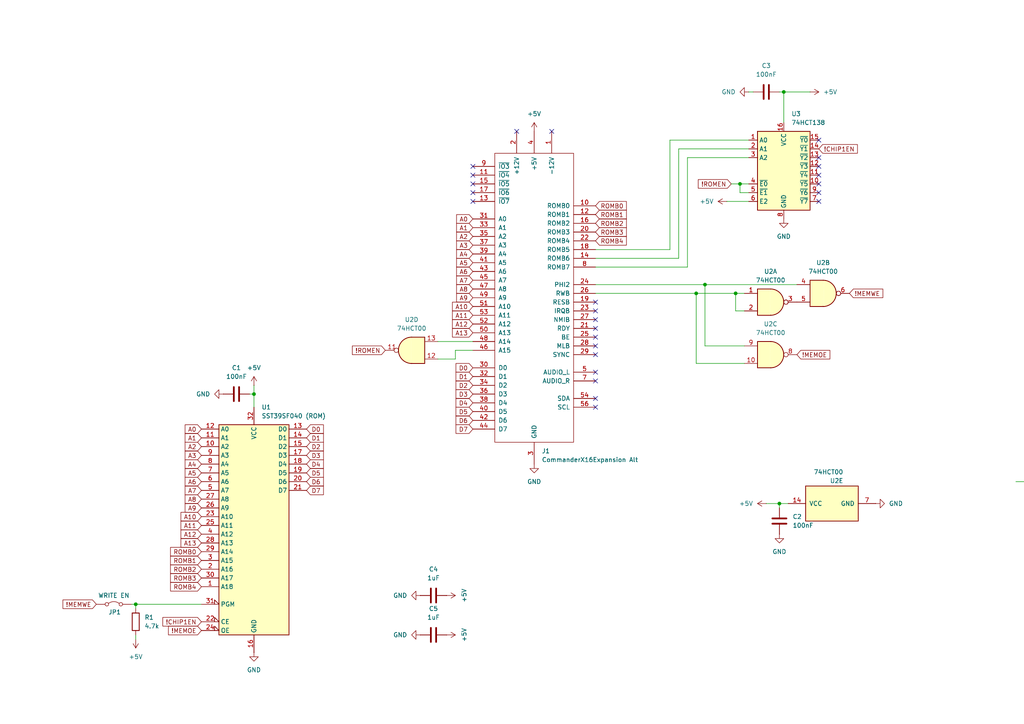
<source format=kicad_sch>
(kicad_sch (version 20231120) (generator "eeschema") (generator_version "8.0")
  (paper "A4")
  (lib_symbols
    (symbol "74xx:74HCT00" (pin_names (offset 1.016))
      (property "Reference" "U" (at 0 1.27 0))
      (property "Value" "74HCT00" (at 0 -1.27 0))
      (symbol "74HCT00_1_1"
        (arc (start 0 -3.81) (mid 3.7934 0) (end 0 3.81) (stroke (width 0.254)) (fill (type background)))
        (polyline (pts (xy 0 3.81) (xy -3.81 3.81) (xy -3.81 -3.81) (xy 0 -3.81)) (stroke (width 0.254)) (fill (type background)))
        (pin input line (at -7.62 2.54 0) (length 3.81) (name "~") (number "1"))
        (pin input line (at -7.62 -2.54 0) (length 3.81) (name "~") (number "2"))
        (pin output inverted (at 7.62 0 180) (length 3.81) (name "~") (number "3"))
      )
      (symbol "74HCT00_1_2"
        (arc (start -3.81 -3.81) (mid -2.589 0) (end -3.81 3.81) (stroke (width 0.254)))
        (arc (start -0.6096 -3.81) (mid 2.1842 -2.5851) (end 3.81 0) (stroke (width 0.254)) (fill (type background)))
        (polyline (pts (xy -3.81 -3.81) (xy -0.635 -3.81)) (stroke (width 0.254)) (fill (type background)))
        (polyline (pts (xy -3.81 3.81) (xy -0.635 3.81)) (stroke (width 0.254)) (fill (type background)))
        (polyline (pts (xy -0.635 3.81) (xy -3.81 3.81) (xy -3.81 3.81) (xy -3.556 3.4036) (xy -3.0226 2.2606) (xy -2.6924 1.0414) (xy -2.6162 -0.254) (xy -2.7686 -1.4986) (xy -3.175 -2.7178) (xy -3.81 -3.81) (xy -3.81 -3.81) (xy -0.635 -3.81)) (stroke (width -25.4)) (fill (type background)))
        (arc (start 3.81 0) (mid 2.1915 2.5936) (end -0.6096 3.81) (stroke (width 0.254)) (fill (type background)))
        (pin input inverted (at -7.62 2.54 0) (length 4.318) (name "~") (number "1"))
        (pin input inverted (at -7.62 -2.54 0) (length 4.318) (name "~") (number "2"))
        (pin output line (at 7.62 0 180) (length 3.81) (name "~") (number "3"))
      )
      (symbol "74HCT00_2_1"
        (arc (start 0 -3.81) (mid 3.7934 0) (end 0 3.81) (stroke (width 0.254)) (fill (type background)))
        (polyline (pts (xy 0 3.81) (xy -3.81 3.81) (xy -3.81 -3.81) (xy 0 -3.81)) (stroke (width 0.254)) (fill (type background)))
        (pin input line (at -7.62 2.54 0) (length 3.81) (name "~") (number "4"))
        (pin input line (at -7.62 -2.54 0) (length 3.81) (name "~") (number "5"))
        (pin output inverted (at 7.62 0 180) (length 3.81) (name "~") (number "6"))
      )
      (symbol "74HCT00_2_2"
        (arc (start -3.81 -3.81) (mid -2.589 0) (end -3.81 3.81) (stroke (width 0.254)))
        (arc (start -0.6096 -3.81) (mid 2.1842 -2.5851) (end 3.81 0) (stroke (width 0.254)) (fill (type background)))
        (polyline (pts (xy -3.81 -3.81) (xy -0.635 -3.81)) (stroke (width 0.254)) (fill (type background)))
        (polyline (pts (xy -3.81 3.81) (xy -0.635 3.81)) (stroke (width 0.254)) (fill (type background)))
        (polyline (pts (xy -0.635 3.81) (xy -3.81 3.81) (xy -3.81 3.81) (xy -3.556 3.4036) (xy -3.0226 2.2606) (xy -2.6924 1.0414) (xy -2.6162 -0.254) (xy -2.7686 -1.4986) (xy -3.175 -2.7178) (xy -3.81 -3.81) (xy -3.81 -3.81) (xy -0.635 -3.81)) (stroke (width -25.4)) (fill (type background)))
        (arc (start 3.81 0) (mid 2.1915 2.5936) (end -0.6096 3.81) (stroke (width 0.254)) (fill (type background)))
        (pin input inverted (at -7.62 2.54 0) (length 4.318) (name "~") (number "4"))
        (pin input inverted (at -7.62 -2.54 0) (length 4.318) (name "~") (number "5"))
        (pin output line (at 7.62 0 180) (length 3.81) (name "~") (number "6"))
      )
      (symbol "74HCT00_3_1"
        (arc (start 0 -3.81) (mid 3.7934 0) (end 0 3.81) (stroke (width 0.254)) (fill (type background)))
        (polyline (pts (xy 0 3.81) (xy -3.81 3.81) (xy -3.81 -3.81) (xy 0 -3.81)) (stroke (width 0.254)) (fill (type background)))
        (pin input line (at -7.62 -2.54 0) (length 3.81) (name "~") (number "10"))
        (pin output inverted (at 7.62 0 180) (length 3.81) (name "~") (number "8"))
        (pin input line (at -7.62 2.54 0) (length 3.81) (name "~") (number "9"))
      )
      (symbol "74HCT00_3_2"
        (arc (start -3.81 -3.81) (mid -2.589 0) (end -3.81 3.81) (stroke (width 0.254)))
        (arc (start -0.6096 -3.81) (mid 2.1842 -2.5851) (end 3.81 0) (stroke (width 0.254)) (fill (type background)))
        (polyline (pts (xy -3.81 -3.81) (xy -0.635 -3.81)) (stroke (width 0.254)) (fill (type background)))
        (polyline (pts (xy -3.81 3.81) (xy -0.635 3.81)) (stroke (width 0.254)) (fill (type background)))
        (polyline (pts (xy -0.635 3.81) (xy -3.81 3.81) (xy -3.81 3.81) (xy -3.556 3.4036) (xy -3.0226 2.2606) (xy -2.6924 1.0414) (xy -2.6162 -0.254) (xy -2.7686 -1.4986) (xy -3.175 -2.7178) (xy -3.81 -3.81) (xy -3.81 -3.81) (xy -0.635 -3.81)) (stroke (width -25.4)) (fill (type background)))
        (arc (start 3.81 0) (mid 2.1915 2.5936) (end -0.6096 3.81) (stroke (width 0.254)) (fill (type background)))
        (pin input inverted (at -7.62 -2.54 0) (length 4.318) (name "~") (number "10"))
        (pin output line (at 7.62 0 180) (length 3.81) (name "~") (number "8"))
        (pin input inverted (at -7.62 2.54 0) (length 4.318) (name "~") (number "9"))
      )
      (symbol "74HCT00_4_1"
        (arc (start 0 -3.81) (mid 3.7934 0) (end 0 3.81) (stroke (width 0.254)) (fill (type background)))
        (polyline (pts (xy 0 3.81) (xy -3.81 3.81) (xy -3.81 -3.81) (xy 0 -3.81)) (stroke (width 0.254)) (fill (type background)))
        (pin output inverted (at 7.62 0 180) (length 3.81) (name "~") (number "11"))
        (pin input line (at -7.62 2.54 0) (length 3.81) (name "~") (number "12"))
        (pin input line (at -7.62 -2.54 0) (length 3.81) (name "~") (number "13"))
      )
      (symbol "74HCT00_4_2"
        (arc (start -3.81 -3.81) (mid -2.589 0) (end -3.81 3.81) (stroke (width 0.254)))
        (arc (start -0.6096 -3.81) (mid 2.1842 -2.5851) (end 3.81 0) (stroke (width 0.254)) (fill (type background)))
        (polyline (pts (xy -3.81 -3.81) (xy -0.635 -3.81)) (stroke (width 0.254)) (fill (type background)))
        (polyline (pts (xy -3.81 3.81) (xy -0.635 3.81)) (stroke (width 0.254)) (fill (type background)))
        (polyline (pts (xy -0.635 3.81) (xy -3.81 3.81) (xy -3.81 3.81) (xy -3.556 3.4036) (xy -3.0226 2.2606) (xy -2.6924 1.0414) (xy -2.6162 -0.254) (xy -2.7686 -1.4986) (xy -3.175 -2.7178) (xy -3.81 -3.81) (xy -3.81 -3.81) (xy -0.635 -3.81)) (stroke (width -25.4)) (fill (type background)))
        (arc (start 3.81 0) (mid 2.1915 2.5936) (end -0.6096 3.81) (stroke (width 0.254)) (fill (type background)))
        (pin output line (at 7.62 0 180) (length 3.81) (name "~") (number "11"))
        (pin input inverted (at -7.62 2.54 0) (length 4.318) (name "~") (number "12"))
        (pin input inverted (at -7.62 -2.54 0) (length 4.318) (name "~") (number "13"))
      )
      (symbol "74HCT00_5_0"
        (pin power_in line (at 0 12.7 270) (length 5.08) (name "VCC") (number "14"))
        (pin power_in line (at 0 -12.7 90) (length 5.08) (name "GND") (number "7"))
      )
      (symbol "74HCT00_5_1"
        (rectangle (start -5.08 7.62) (end 5.08 -7.62) (stroke (width 0.254)) (fill (type background)))
      )
    )
    (symbol "74xx:74HCT138"
      (property "Reference" "U" (at -7.62 13.97 0))
      (property "Value" "74HCT138" (at 2.54 -11.43 0))
      (symbol "74HCT138_0_1"
        (rectangle (start -7.62 12.7) (end 7.62 -10.16) (stroke (width 0.254)) (fill (type background)))
      )
      (symbol "74HCT138_1_1"
        (pin input line (at -10.16 10.16 0) (length 2.54) (name "A0") (number "1"))
        (pin output line (at 10.16 -2.54 180) (length 2.54) (name "~{Y5}") (number "10"))
        (pin output line (at 10.16 0 180) (length 2.54) (name "~{Y4}") (number "11"))
        (pin output line (at 10.16 2.54 180) (length 2.54) (name "~{Y3}") (number "12"))
        (pin output line (at 10.16 5.08 180) (length 2.54) (name "~{Y2}") (number "13"))
        (pin output line (at 10.16 7.62 180) (length 2.54) (name "~{Y1}") (number "14"))
        (pin output line (at 10.16 10.16 180) (length 2.54) (name "~{Y0}") (number "15"))
        (pin power_in line (at 0 15.24 270) (length 2.54) (name "VCC") (number "16"))
        (pin input line (at -10.16 7.62 0) (length 2.54) (name "A1") (number "2"))
        (pin input line (at -10.16 5.08 0) (length 2.54) (name "A2") (number "3"))
        (pin input line (at -10.16 -2.54 0) (length 2.54) (name "~{E0}") (number "4"))
        (pin input line (at -10.16 -5.08 0) (length 2.54) (name "~{E1}") (number "5"))
        (pin input line (at -10.16 -7.62 0) (length 2.54) (name "E2") (number "6"))
        (pin output line (at 10.16 -7.62 180) (length 2.54) (name "~{Y7}") (number "7"))
        (pin power_in line (at 0 -12.7 90) (length 2.54) (name "GND") (number "8"))
        (pin output line (at 10.16 -5.08 180) (length 2.54) (name "~{Y6}") (number "9"))
      )
    )
    (symbol "CommanderX16Expansion:CommanderX16Expansion Alt" (pin_names (offset 1.016)) (in_bom no)
      (property "Reference" "J" (at 0 -2.54 0))
      (property "Value" "CommanderX16Expansion Alt" (at 0 2.54 0))
      (symbol "CommanderX16Expansion Alt_1_0"
        (rectangle (start -11.43 41.91) (end 11.43 -41.91))
      )
      (symbol "CommanderX16Expansion Alt_1_1"
        (pin power_out line (at 5.08 48.26 270) (length 6.35) (name "-12V") (number "1"))
        (pin output line (at 17.78 26.67 180) (length 6.35) (name "ROMB0") (number "10"))
        (pin output line (at -17.78 35.56 0) (length 6.35) (name "~{IO4}") (number "11"))
        (pin output line (at 17.78 24.13 180) (length 6.35) (name "ROMB1") (number "12"))
        (pin output line (at -17.78 27.94 0) (length 6.35) (name "~{IO7}") (number "13"))
        (pin output line (at 17.78 11.43 180) (length 6.35) (name "ROMB6") (number "14"))
        (pin output line (at -17.78 33.02 0) (length 6.35) (name "~{IO5}") (number "15"))
        (pin output line (at 17.78 21.59 180) (length 6.35) (name "ROMB2") (number "16"))
        (pin output line (at -17.78 30.48 0) (length 6.35) (name "~{IO6}") (number "17"))
        (pin output line (at 17.78 13.97 180) (length 6.35) (name "ROMB5") (number "18"))
        (pin bidirectional line (at 17.78 -1.27 180) (length 6.35) (name "RESB") (number "19"))
        (pin power_out line (at -5.08 48.26 270) (length 6.35) (name "+12V") (number "2"))
        (pin output line (at 17.78 19.05 180) (length 6.35) (name "ROMB3") (number "20"))
        (pin bidirectional line (at 17.78 -8.89 180) (length 6.35) (name "RDY") (number "21"))
        (pin output line (at 17.78 16.51 180) (length 6.35) (name "ROMB4") (number "22"))
        (pin input line (at 17.78 -3.81 180) (length 6.35) (name "IRQB") (number "23"))
        (pin output line (at 17.78 3.81 180) (length 6.35) (name "PHI2") (number "24"))
        (pin input line (at 17.78 -11.43 180) (length 6.35) (name "BE") (number "25"))
        (pin output line (at 17.78 1.27 180) (length 6.35) (name "RWB") (number "26"))
        (pin input line (at 17.78 -6.35 180) (length 6.35) (name "NMIB") (number "27"))
        (pin output line (at 17.78 -13.97 180) (length 6.35) (name "MLB") (number "28"))
        (pin output line (at 17.78 -16.51 180) (length 6.35) (name "SYNC") (number "29"))
        (pin power_out line (at 0 -48.26 90) (length 6.35) (name "GND") (number "3"))
        (pin bidirectional line (at -17.78 -20.32 0) (length 6.35) (name "D0") (number "30"))
        (pin output line (at -17.78 22.86 0) (length 6.35) (name "A0") (number "31"))
        (pin bidirectional line (at -17.78 -22.86 0) (length 6.35) (name "D1") (number "32"))
        (pin output line (at -17.78 20.32 0) (length 6.35) (name "A1") (number "33"))
        (pin bidirectional line (at -17.78 -25.4 0) (length 6.35) (name "D2") (number "34"))
        (pin output line (at -17.78 17.78 0) (length 6.35) (name "A2") (number "35"))
        (pin bidirectional line (at -17.78 -27.94 0) (length 6.35) (name "D3") (number "36"))
        (pin output line (at -17.78 15.24 0) (length 6.35) (name "A3") (number "37"))
        (pin bidirectional line (at -17.78 -30.48 0) (length 6.35) (name "D4") (number "38"))
        (pin output line (at -17.78 12.7 0) (length 6.35) (name "A4") (number "39"))
        (pin power_out line (at 0 48.26 270) (length 6.35) (name "+5V") (number "4"))
        (pin bidirectional line (at -17.78 -33.02 0) (length 6.35) (name "D5") (number "40"))
        (pin output line (at -17.78 10.16 0) (length 6.35) (name "A5") (number "41"))
        (pin bidirectional line (at -17.78 -35.56 0) (length 6.35) (name "D6") (number "42"))
        (pin output line (at -17.78 7.62 0) (length 6.35) (name "A6") (number "43"))
        (pin bidirectional line (at -17.78 -38.1 0) (length 6.35) (name "D7") (number "44"))
        (pin output line (at -17.78 5.08 0) (length 6.35) (name "A7") (number "45"))
        (pin output line (at -17.78 -15.24 0) (length 6.35) (name "A15") (number "46"))
        (pin output line (at -17.78 2.54 0) (length 6.35) (name "A8") (number "47"))
        (pin output line (at -17.78 -12.7 0) (length 6.35) (name "A14") (number "48"))
        (pin output line (at -17.78 0 0) (length 6.35) (name "A9") (number "49"))
        (pin bidirectional line (at 17.78 -21.59 180) (length 6.35) (name "AUDIO_L") (number "5"))
        (pin output line (at -17.78 -10.16 0) (length 6.35) (name "A13") (number "50"))
        (pin output line (at -17.78 -2.54 0) (length 6.35) (name "A10") (number "51"))
        (pin output line (at -17.78 -7.62 0) (length 6.35) (name "A12") (number "52"))
        (pin output line (at -17.78 -5.08 0) (length 6.35) (name "A11") (number "53"))
        (pin bidirectional line (at 17.78 -29.21 180) (length 6.35) (name "SDA") (number "54"))
        (pin power_out line (at 0 -48.26 90) (length 6.35) hide (name "GND") (number "55"))
        (pin output line (at 17.78 -31.75 180) (length 6.35) (name "SCL") (number "56"))
        (pin power_out line (at 0 48.26 270) (length 6.35) hide (name "+5V") (number "57"))
        (pin power_out line (at 0 -48.26 90) (length 6.35) hide (name "GND") (number "58"))
        (pin power_out line (at -5.08 48.26 270) (length 6.35) hide (name "+12V") (number "59"))
        (pin power_out line (at 0 -48.26 90) (length 6.35) hide (name "GND") (number "6"))
        (pin power_out line (at 5.08 48.26 270) (length 6.35) hide (name "-12V") (number "60"))
        (pin bidirectional line (at 17.78 -24.13 180) (length 6.35) (name "AUDIO_R") (number "7"))
        (pin output line (at 17.78 8.89 180) (length 6.35) (name "ROMB7") (number "8"))
        (pin output line (at -17.78 38.1 0) (length 6.35) (name "~{IO3}") (number "9"))
      )
    )
    (symbol "Device:C" (pin_numbers hide) (pin_names (offset 0.254))
      (property "Reference" "C" (at 0.635 2.54 0))
      (property "Value" "C" (at 0.635 -2.54 0))
      (symbol "C_0_1"
        (polyline (pts (xy -2.032 -0.762) (xy 2.032 -0.762)) (stroke (width 0.508)))
        (polyline (pts (xy -2.032 0.762) (xy 2.032 0.762)) (stroke (width 0.508)))
      )
      (symbol "C_1_1"
        (pin passive line (at 0 3.81 270) (length 2.794) (name "~") (number "1"))
        (pin passive line (at 0 -3.81 90) (length 2.794) (name "~") (number "2"))
      )
    )
    (symbol "Device:R" (pin_numbers hide) (pin_names (offset 0))
      (property "Reference" "R" (at 2.032 0 90))
      (property "Value" "R" (at 0 0 90))
      (symbol "R_0_1"
        (rectangle (start -1.016 -2.54) (end 1.016 2.54) (stroke (width 0.254)))
      )
      (symbol "R_1_1"
        (pin passive line (at 0 3.81 270) (length 1.27) (name "~") (number "1"))
        (pin passive line (at 0 -3.81 90) (length 1.27) (name "~") (number "2"))
      )
    )
    (symbol "Jumper:Jumper_2_Bridged" (pin_numbers hide) (pin_names (offset 0) hide) (exclude_from_sim yes)
      (property "Reference" "JP" (at 0 1.905 0))
      (property "Value" "Jumper_2_Bridged" (at 0 -2.54 0))
      (symbol "Jumper_2_Bridged_0_0"
        (circle (center -2.032 0) (radius 0.508))
        (circle (center 2.032 0) (radius 0.508))
      )
      (symbol "Jumper_2_Bridged_0_1"
        (arc (start 1.524 0.254) (mid 0 0.762) (end -1.524 0.254))
      )
      (symbol "Jumper_2_Bridged_1_1"
        (pin passive line (at -5.08 0 0) (length 2.54) (name "A") (number "1"))
        (pin passive line (at 5.08 0 180) (length 2.54) (name "B") (number "2"))
      )
    )
    (symbol "Memory_Flash:SST39SF040"
      (property "Reference" "U" (at 2.54 33.02 0))
      (property "Value" "SST39SF040" (at 0 -30.48 0))
      (symbol "SST39SF040_0_0"
        (pin power_in line (at 0 -34.29 90) (length 5.08) (name "GND") (number "16"))
        (pin power_in line (at 0 36.83 270) (length 5.08) (name "VCC") (number "32"))
      )
      (symbol "SST39SF040_0_1"
        (rectangle (start -10.16 31.75) (end 10.16 -29.21) (stroke (width 0.254)) (fill (type background)))
      )
      (symbol "SST39SF040_1_1"
        (pin input line (at -15.24 -15.24 0) (length 5.08) (name "A18") (number "1"))
        (pin input line (at -15.24 25.4 0) (length 5.08) (name "A2") (number "10"))
        (pin input line (at -15.24 27.94 0) (length 5.08) (name "A1") (number "11"))
        (pin input line (at -15.24 30.48 0) (length 5.08) (name "A0") (number "12"))
        (pin tri_state line (at 15.24 30.48 180) (length 5.08) (name "D0") (number "13"))
        (pin tri_state line (at 15.24 27.94 180) (length 5.08) (name "D1") (number "14"))
        (pin tri_state line (at 15.24 25.4 180) (length 5.08) (name "D2") (number "15"))
        (pin tri_state line (at 15.24 22.86 180) (length 5.08) (name "D3") (number "17"))
        (pin tri_state line (at 15.24 20.32 180) (length 5.08) (name "D4") (number "18"))
        (pin tri_state line (at 15.24 17.78 180) (length 5.08) (name "D5") (number "19"))
        (pin input line (at -15.24 -10.16 0) (length 5.08) (name "A16") (number "2"))
        (pin tri_state line (at 15.24 15.24 180) (length 5.08) (name "D6") (number "20"))
        (pin tri_state line (at 15.24 12.7 180) (length 5.08) (name "D7") (number "21"))
        (pin input input_low (at -15.24 -25.4 0) (length 5.08) (name "CE") (number "22"))
        (pin input line (at -15.24 5.08 0) (length 5.08) (name "A10") (number "23"))
        (pin input input_low (at -15.24 -27.94 0) (length 5.08) (name "OE") (number "24"))
        (pin input line (at -15.24 2.54 0) (length 5.08) (name "A11") (number "25"))
        (pin input line (at -15.24 7.62 0) (length 5.08) (name "A9") (number "26"))
        (pin input line (at -15.24 10.16 0) (length 5.08) (name "A8") (number "27"))
        (pin input line (at -15.24 -2.54 0) (length 5.08) (name "A13") (number "28"))
        (pin input line (at -15.24 -5.08 0) (length 5.08) (name "A14") (number "29"))
        (pin input line (at -15.24 -7.62 0) (length 5.08) (name "A15") (number "3"))
        (pin input line (at -15.24 -12.7 0) (length 5.08) (name "A17") (number "30"))
        (pin input input_low (at -15.24 -20.32 0) (length 5.08) (name "PGM") (number "31"))
        (pin input line (at -15.24 0 0) (length 5.08) (name "A12") (number "4"))
        (pin input line (at -15.24 12.7 0) (length 5.08) (name "A7") (number "5"))
        (pin input line (at -15.24 15.24 0) (length 5.08) (name "A6") (number "6"))
        (pin input line (at -15.24 17.78 0) (length 5.08) (name "A5") (number "7"))
        (pin input line (at -15.24 20.32 0) (length 5.08) (name "A4") (number "8"))
        (pin input line (at -15.24 22.86 0) (length 5.08) (name "A3") (number "9"))
      )
    )
    (symbol "power:+5V" (power) (pin_numbers hide) (pin_names (offset 0) hide)
      (property "Value" "+5V" (at 0 3.556 0))
      (symbol "+5V_0_1"
        (polyline (pts (xy -0.762 1.27) (xy 0 2.54)))
        (polyline (pts (xy 0 0) (xy 0 2.54)))
        (polyline (pts (xy 0 2.54) (xy 0.762 1.27)))
      )
      (symbol "+5V_1_1"
        (pin power_in line (at 0 0 90) (length 0) (name "~") (number "1"))
      )
    )
    (symbol "power:GND" (power) (pin_numbers hide) (pin_names (offset 0) hide)
      (property "Value" "GND" (at 0 -3.81 0))
      (symbol "GND_0_1"
        (polyline (pts (xy 0 0) (xy 0 -1.27) (xy 1.27 -1.27) (xy 0 -2.54) (xy -1.27 -1.27) (xy 0 -1.27)))
      )
      (symbol "GND_1_1"
        (pin power_in line (at 0 0 270) (length 0) (name "~") (number "1"))
      )
    )
  )
  (junction (at 227.33 26.67))
  (junction (at 214.63 53.34))
  (junction (at 201.93 85.09))
  (junction (at 204.47 82.55))
  (junction (at 73.66 114.3))
  (junction (at 39.37 175.26))
  (junction (at 213.36 85.09))
  (junction (at 226.06 146.05))
  (no_connect (at 172.72 100.33))
  (no_connect (at 149.86 38.1))
  (no_connect (at 237.49 48.26))
  (no_connect (at 172.72 95.25))
  (no_connect (at 237.49 40.64))
  (no_connect (at 172.72 92.71))
  (no_connect (at 237.49 45.72))
  (no_connect (at 137.16 58.42))
  (no_connect (at 172.72 110.49))
  (no_connect (at 172.72 102.87))
  (no_connect (at 160.02 38.1))
  (no_connect (at 172.72 107.95))
  (no_connect (at 237.49 58.42))
  (no_connect (at 137.16 50.8))
  (no_connect (at 172.72 115.57))
  (no_connect (at 137.16 55.88))
  (no_connect (at 172.72 87.63))
  (no_connect (at 137.16 48.26))
  (no_connect (at 137.16 53.34))
  (no_connect (at 172.72 118.11))
  (no_connect (at 237.49 53.34))
  (no_connect (at 237.49 55.88))
  (no_connect (at 172.72 90.17))
  (no_connect (at 237.49 50.8))
  (no_connect (at 172.72 97.79))
  (wire (pts (xy 212.09 53.34) (xy 214.63 53.34)))
  (wire (pts (xy 294.64 139.7) (xy 300.99 139.7)))
  (wire (pts (xy 217.17 26.67) (xy 218.44 26.67)))
  (wire (pts (xy 132.08 104.14) (xy 127 104.14)))
  (wire (pts (xy 201.93 105.41) (xy 201.93 85.09)))
  (wire (pts (xy 72.39 114.3) (xy 73.66 114.3)))
  (wire (pts (xy 39.37 185.42) (xy 39.37 184.15)))
  (wire (pts (xy 227.33 26.67) (xy 234.95 26.67)))
  (wire (pts (xy 127 99.06) (xy 137.16 99.06)))
  (wire (pts (xy 226.06 146.05) (xy 228.6 146.05)))
  (wire (pts (xy 222.25 146.05) (xy 226.06 146.05)))
  (wire (pts (xy 215.9 100.33) (xy 204.47 100.33)))
  (wire (pts (xy 214.63 55.88) (xy 214.63 53.34)))
  (wire (pts (xy 39.37 175.26) (xy 58.42 175.26)))
  (wire (pts (xy 172.72 85.09) (xy 201.93 85.09)))
  (wire (pts (xy 215.9 105.41) (xy 201.93 105.41)))
  (wire (pts (xy 217.17 43.18) (xy 196.85 43.18)))
  (wire (pts (xy 194.31 72.39) (xy 194.31 40.64)))
  (wire (pts (xy 199.39 77.47) (xy 199.39 45.72)))
  (wire (pts (xy 226.06 26.67) (xy 227.33 26.67)))
  (wire (pts (xy 196.85 43.18) (xy 196.85 74.93)))
  (wire (pts (xy 194.31 40.64) (xy 217.17 40.64)))
  (wire (pts (xy 39.37 175.26) (xy 39.37 176.53)))
  (wire (pts (xy 227.33 26.67) (xy 227.33 35.56)))
  (wire (pts (xy 217.17 55.88) (xy 214.63 55.88)))
  (wire (pts (xy 204.47 82.55) (xy 231.14 82.55)))
  (wire (pts (xy 172.72 77.47) (xy 199.39 77.47)))
  (wire (pts (xy 172.72 72.39) (xy 194.31 72.39)))
  (wire (pts (xy 38.1 175.26) (xy 39.37 175.26)))
  (wire (pts (xy 172.72 74.93) (xy 196.85 74.93)))
  (wire (pts (xy 199.39 45.72) (xy 217.17 45.72)))
  (wire (pts (xy 204.47 100.33) (xy 204.47 82.55)))
  (wire (pts (xy 201.93 85.09) (xy 213.36 85.09)))
  (wire (pts (xy 137.16 101.6) (xy 132.08 101.6)))
  (wire (pts (xy 73.66 118.11) (xy 73.66 114.3)))
  (wire (pts (xy 73.66 111.76) (xy 73.66 114.3)))
  (wire (pts (xy 210.82 58.42) (xy 217.17 58.42)))
  (wire (pts (xy 215.9 90.17) (xy 213.36 90.17)))
  (wire (pts (xy 226.06 146.05) (xy 226.06 147.32)))
  (wire (pts (xy 172.72 82.55) (xy 204.47 82.55)))
  (wire (pts (xy 214.63 53.34) (xy 217.17 53.34)))
  (wire (pts (xy 213.36 85.09) (xy 215.9 85.09)))
  (wire (pts (xy 213.36 90.17) (xy 213.36 85.09)))
  (wire (pts (xy 132.08 101.6) (xy 132.08 104.14)))
  (global_label "ROMB4" (shape input) (at 58.42 170.18 180) (property "Intersheetrefs" "${INTERSHEET_REFS}" (effects (hide yes))))
  (global_label "D2" (shape input) (at 137.16 111.76 180) (property "Intersheetrefs" "${INTERSHEET_REFS}" (effects (hide yes))))
  (global_label "ROMB0" (shape input) (at 58.42 160.02 180) (property "Intersheetrefs" "${INTERSHEET_REFS}" (effects (hide yes))))
  (global_label "!ROMEN" (shape input) (at 212.09 53.34 180) (property "Intersheetrefs" "${INTERSHEET_REFS}" (effects (hide yes))))
  (global_label "D5" (shape input) (at 137.16 119.38 180) (property "Intersheetrefs" "${INTERSHEET_REFS}" (effects (hide yes))))
  (global_label "A3" (shape input) (at 137.16 71.12 180) (property "Intersheetrefs" "${INTERSHEET_REFS}" (effects (hide yes))))
  (global_label "A9" (shape input) (at 137.16 86.36 180) (property "Intersheetrefs" "${INTERSHEET_REFS}" (effects (hide yes))))
  (global_label "A12" (shape input) (at 58.42 154.94 180) (property "Intersheetrefs" "${INTERSHEET_REFS}" (effects (hide yes))))
  (global_label "A8" (shape input) (at 137.16 83.82 180) (property "Intersheetrefs" "${INTERSHEET_REFS}" (effects (hide yes))))
  (global_label "!CHIP1EN" (shape input) (at 58.42 180.34 180) (property "Intersheetrefs" "${INTERSHEET_REFS}" (effects (hide yes))))
  (global_label "!MEMWE" (shape input) (at 246.38 85.09 0) (property "Intersheetrefs" "${INTERSHEET_REFS}" (effects (hide yes))))
  (global_label "!MEMOE" (shape input) (at 231.14 102.87 0) (property "Intersheetrefs" "${INTERSHEET_REFS}" (effects (hide yes))))
  (global_label "ROMB2" (shape input) (at 172.72 64.77 0) (property "Intersheetrefs" "${INTERSHEET_REFS}" (effects (hide yes))))
  (global_label "A9" (shape input) (at 58.42 147.32 180) (property "Intersheetrefs" "${INTERSHEET_REFS}" (effects (hide yes))))
  (global_label "A10" (shape input) (at 58.42 149.86 180) (property "Intersheetrefs" "${INTERSHEET_REFS}" (effects (hide yes))))
  (global_label "D0" (shape input) (at 137.16 106.68 180) (property "Intersheetrefs" "${INTERSHEET_REFS}" (effects (hide yes))))
  (global_label "A3" (shape input) (at 58.42 132.08 180) (property "Intersheetrefs" "${INTERSHEET_REFS}" (effects (hide yes))))
  (global_label "A6" (shape input) (at 137.16 78.74 180) (property "Intersheetrefs" "${INTERSHEET_REFS}" (effects (hide yes))))
  (global_label "A5" (shape input) (at 137.16 76.2 180) (property "Intersheetrefs" "${INTERSHEET_REFS}" (effects (hide yes))))
  (global_label "D1" (shape input) (at 137.16 109.22 180) (property "Intersheetrefs" "${INTERSHEET_REFS}" (effects (hide yes))))
  (global_label "ROMB1" (shape input) (at 58.42 162.56 180) (property "Intersheetrefs" "${INTERSHEET_REFS}" (effects (hide yes))))
  (global_label "D3" (shape input) (at 88.9 132.08 0) (property "Intersheetrefs" "${INTERSHEET_REFS}" (effects (hide yes))))
  (global_label "A2" (shape input) (at 137.16 68.58 180) (property "Intersheetrefs" "${INTERSHEET_REFS}" (effects (hide yes))))
  (global_label "A4" (shape input) (at 58.42 134.62 180) (property "Intersheetrefs" "${INTERSHEET_REFS}" (effects (hide yes))))
  (global_label "ROMB0" (shape input) (at 172.72 59.69 0) (property "Intersheetrefs" "${INTERSHEET_REFS}" (effects (hide yes))))
  (global_label "!CHIP1EN" (shape input) (at 237.49 43.18 0) (property "Intersheetrefs" "${INTERSHEET_REFS}" (effects (hide yes))))
  (global_label "A12" (shape input) (at 137.16 93.98 180) (property "Intersheetrefs" "${INTERSHEET_REFS}" (effects (hide yes))))
  (global_label "D2" (shape input) (at 88.9 129.54 0) (property "Intersheetrefs" "${INTERSHEET_REFS}" (effects (hide yes))))
  (global_label "D1" (shape input) (at 88.9 127 0) (property "Intersheetrefs" "${INTERSHEET_REFS}" (effects (hide yes))))
  (global_label "A7" (shape input) (at 58.42 142.24 180) (property "Intersheetrefs" "${INTERSHEET_REFS}" (effects (hide yes))))
  (global_label "D0" (shape input) (at 88.9 124.46 0) (property "Intersheetrefs" "${INTERSHEET_REFS}" (effects (hide yes))))
  (global_label "A7" (shape input) (at 137.16 81.28 180) (property "Intersheetrefs" "${INTERSHEET_REFS}" (effects (hide yes))))
  (global_label "A13" (shape input) (at 137.16 96.52 180) (property "Intersheetrefs" "${INTERSHEET_REFS}" (effects (hide yes))))
  (global_label "!MEMOE" (shape input) (at 58.42 182.88 180) (property "Intersheetrefs" "${INTERSHEET_REFS}" (effects (hide yes))))
  (global_label "A5" (shape input) (at 58.42 137.16 180) (property "Intersheetrefs" "${INTERSHEET_REFS}" (effects (hide yes))))
  (global_label "A2" (shape input) (at 58.42 129.54 180) (property "Intersheetrefs" "${INTERSHEET_REFS}" (effects (hide yes))))
  (global_label "A6" (shape input) (at 58.42 139.7 180) (property "Intersheetrefs" "${INTERSHEET_REFS}" (effects (hide yes))))
  (global_label "D3" (shape input) (at 137.16 114.3 180) (property "Intersheetrefs" "${INTERSHEET_REFS}" (effects (hide yes))))
  (global_label "A1" (shape input) (at 137.16 66.04 180) (property "Intersheetrefs" "${INTERSHEET_REFS}" (effects (hide yes))))
  (global_label "D7" (shape input) (at 88.9 142.24 0) (property "Intersheetrefs" "${INTERSHEET_REFS}" (effects (hide yes))))
  (global_label "A0" (shape input) (at 137.16 63.5 180) (property "Intersheetrefs" "${INTERSHEET_REFS}" (effects (hide yes))))
  (global_label "A0" (shape input) (at 58.42 124.46 180) (property "Intersheetrefs" "${INTERSHEET_REFS}" (effects (hide yes))))
  (global_label "D6" (shape input) (at 137.16 121.92 180) (property "Intersheetrefs" "${INTERSHEET_REFS}" (effects (hide yes))))
  (global_label "D4" (shape input) (at 88.9 134.62 0) (property "Intersheetrefs" "${INTERSHEET_REFS}" (effects (hide yes))))
  (global_label "D5" (shape input) (at 88.9 137.16 0) (property "Intersheetrefs" "${INTERSHEET_REFS}" (effects (hide yes))))
  (global_label "ROMB2" (shape input) (at 58.42 165.1 180) (property "Intersheetrefs" "${INTERSHEET_REFS}" (effects (hide yes))))
  (global_label "A8" (shape input) (at 58.42 144.78 180) (property "Intersheetrefs" "${INTERSHEET_REFS}" (effects (hide yes))))
  (global_label "!MEMWE" (shape input) (at 27.94 175.26 180) (property "Intersheetrefs" "${INTERSHEET_REFS}" (effects (hide yes))))
  (global_label "A11" (shape input) (at 137.16 91.44 180) (property "Intersheetrefs" "${INTERSHEET_REFS}" (effects (hide yes))))
  (global_label "!ROMEN" (shape input) (at 111.76 101.6 180) (property "Intersheetrefs" "${INTERSHEET_REFS}" (effects (hide yes))))
  (global_label "A10" (shape input) (at 137.16 88.9 180) (property "Intersheetrefs" "${INTERSHEET_REFS}" (effects (hide yes))))
  (global_label "ROMB1" (shape input) (at 172.72 62.23 0) (property "Intersheetrefs" "${INTERSHEET_REFS}" (effects (hide yes))))
  (global_label "D7" (shape input) (at 137.16 124.46 180) (property "Intersheetrefs" "${INTERSHEET_REFS}" (effects (hide yes))))
  (global_label "A4" (shape input) (at 137.16 73.66 180) (property "Intersheetrefs" "${INTERSHEET_REFS}" (effects (hide yes))))
  (global_label "A11" (shape input) (at 58.42 152.4 180) (property "Intersheetrefs" "${INTERSHEET_REFS}" (effects (hide yes))))
  (global_label "D4" (shape input) (at 137.16 116.84 180) (property "Intersheetrefs" "${INTERSHEET_REFS}" (effects (hide yes))))
  (global_label "ROMB3" (shape input) (at 58.42 167.64 180) (property "Intersheetrefs" "${INTERSHEET_REFS}" (effects (hide yes))))
  (global_label "A1" (shape input) (at 58.42 127 180) (property "Intersheetrefs" "${INTERSHEET_REFS}" (effects (hide yes))))
  (global_label "D6" (shape input) (at 88.9 139.7 0) (property "Intersheetrefs" "${INTERSHEET_REFS}" (effects (hide yes))))
  (global_label "ROMB4" (shape input) (at 172.72 69.85 0) (property "Intersheetrefs" "${INTERSHEET_REFS}" (effects (hide yes))))
  (global_label "A13" (shape input) (at 58.42 157.48 180) (property "Intersheetrefs" "${INTERSHEET_REFS}" (effects (hide yes))))
  (global_label "ROMB3" (shape input) (at 172.72 67.31 0) (property "Intersheetrefs" "${INTERSHEET_REFS}" (effects (hide yes))))
  (symbol (lib_id "power:+5V") (at 39.37 185.42 180) (unit 1)
    (property "Reference" "#PWR06" (effects (hide yes)))
    (property "Value" "+5V" (at 39.37 190.5 0))
    (property "Description" "Power symbol creates a global label with name \"+5V\"" (effects (hide yes)))
  )
  (symbol (lib_id "power:+5V") (at 73.66 111.76 0) (unit 1)
    (property "Reference" "#PWR02" (effects (hide yes)))
    (property "Value" "+5V" (at 73.66 106.68 0))
    (property "Description" "Power symbol creates a global label with name \"+5V\"" (effects (hide yes)))
  )
  (symbol (lib_id "Device:R") (at 39.37 180.34 0) (unit 1)
    (property "Reference" "R1" (at 41.91 179.0699 0) (effects (justify left)))
    (property "Value" "4.7k" (at 41.91 181.6099 0) (effects (justify left)))
    (property "Footprint" "Resistor_THT:R_Axial_DIN0204_L3.6mm_D1.6mm_P7.62mm_Horizontal" (effects (hide yes)))
    (property "Description" "Resistor" (effects (hide yes)))
  )
  (symbol (lib_id "Device:C") (at 68.58 114.3 90) (unit 1)
    (property "Reference" "C1" (at 68.58 106.68 90))
    (property "Value" "100nF" (at 68.58 109.22 90))
    (property "Footprint" "Capacitor_THT:C_Disc_D4.3mm_W1.9mm_P5.00mm" (effects (hide yes)))
    (property "Description" "Unpolarized capacitor" (effects (hide yes)))
  )
  (symbol (lib_id "power:GND") (at 226.06 154.94 0) (unit 1)
    (property "Reference" "#PWR09" (effects (hide yes)))
    (property "Value" "GND" (at 226.06 160.02 0))
    (property "Description" "Power symbol creates a global label with name \"GND\" , ground" (effects (hide yes)))
  )
  (symbol (lib_id "Device:C") (at 125.73 184.15 90) (unit 1)
    (property "Reference" "C5" (at 125.73 176.53 90))
    (property "Value" "1uF" (at 125.73 179.07 90))
    (property "Footprint" "Capacitor_THT:C_Disc_D4.3mm_W1.9mm_P5.00mm" (effects (hide yes)))
    (property "Description" "Unpolarized capacitor" (effects (hide yes)))
  )
  (symbol (lib_id "power:GND") (at 121.92 184.15 270) (unit 1)
    (property "Reference" "#PWR015" (effects (hide yes)))
    (property "Value" "GND" (at 118.11 184.1499 90) (effects (justify right)))
    (property "Description" "Power symbol creates a global label with name \"GND\" , ground" (effects (hide yes)))
  )
  (symbol (lib_id "power:GND") (at 154.94 134.62 0) (unit 1)
    (property "Reference" "#PWR05" (effects (hide yes)))
    (property "Value" "GND" (at 154.94 139.7 0))
    (property "Description" "Power symbol creates a global label with name \"GND\" , ground" (effects (hide yes)))
  )
  (symbol (lib_id "power:GND") (at 121.92 172.72 270) (unit 1)
    (property "Reference" "#PWR014" (effects (hide yes)))
    (property "Value" "GND" (at 118.11 172.7199 90) (effects (justify right)))
    (property "Description" "Power symbol creates a global label with name \"GND\" , ground" (effects (hide yes)))
  )
  (symbol (lib_id "74xx:74HCT138") (at 227.33 50.8 0) (unit 1)
    (property "Reference" "U3" (at 229.5241 33.02 0) (effects (justify left)))
    (property "Value" "74HCT138" (at 229.5241 35.56 0) (effects (justify left)))
    (property "Footprint" "Package_DIP:DIP-16_W7.62mm_Socket" (effects (hide yes)))
    (property "Datasheet" "http://www.ti.com/lit/ds/symlink/cd74hc238.pdf" (effects (hide yes)))
    (property "Description" "3-to-8 line decoder/multiplexer inverting, DIP-16/SOIC-16/SSOP-16" (effects (hide yes)))
  )
  (symbol (lib_id "power:+5V") (at 129.54 172.72 270) (unit 1)
    (property "Reference" "#PWR016" (effects (hide yes)))
    (property "Value" "+5V" (at 134.62 172.72 0))
    (property "Description" "Power symbol creates a global label with name \"+5V\"" (effects (hide yes)))
  )
  (symbol (lib_id "74xx:74HCT00") (at 223.52 87.63 0) (unit 1)
    (property "Reference" "U2" (at 223.5117 78.74 0))
    (property "Value" "74HCT00" (at 223.5117 81.28 0))
    (property "Footprint" "Package_DIP:DIP-14_W7.62mm_Socket" (effects (hide yes)))
    (property "Datasheet" "http://www.ti.com/lit/gpn/sn74hct00" (effects (hide yes)))
    (property "Description" "quad 2-input NAND gate" (effects (hide yes)))
  )
  (symbol (lib_id "Jumper:Jumper_2_Bridged") (at 33.02 175.26 0) (unit 1) (exclude_from_sim yes)
    (property "Reference" "JP1" (at 33.274 177.546 0))
    (property "Value" "WRITE EN" (at 33.02 172.72 0))
    (property "Footprint" "TestPoint:TestPoint_2Pads_Pitch2.54mm_Drill0.8mm" (effects (hide yes)))
    (property "Description" "Jumper, 2-pole, closed/bridged" (effects (hide yes)))
  )
  (symbol (lib_id "power:GND") (at 227.33 63.5 0) (unit 1)
    (property "Reference" "#PWR012" (effects (hide yes)))
    (property "Value" "GND" (at 227.33 68.58 0))
    (property "Description" "Power symbol creates a global label with name \"GND\" , ground" (effects (hide yes)))
  )
  (symbol (lib_id "power:GND") (at 254 146.05 90) (unit 1)
    (property "Reference" "#PWR08" (effects (hide yes)))
    (property "Value" "GND" (at 257.81 146.0499 90) (effects (justify right)))
    (property "Description" "Power symbol creates a global label with name \"GND\" , ground" (effects (hide yes)))
  )
  (symbol (lib_id "Memory_Flash:SST39SF040") (at 73.66 154.94 0) (unit 1)
    (property "Reference" "U1" (at 75.8541 118.11 0) (effects (justify left)))
    (property "Value" "SST39SF040 (ROM)" (at 75.8541 120.65 0) (effects (justify left)))
    (property "Footprint" "Package_DIP:DIP-32_W15.24mm_Socket" (effects (hide yes)))
    (property "Datasheet" "http://ww1.microchip.com/downloads/en/DeviceDoc/25022B.pdf" (effects (hide yes)))
    (property "Description" "Silicon Storage Technology (SSF) 512k x 8 Flash ROM" (effects (hide yes)))
  )
  (symbol (lib_id "power:+5V") (at 154.94 38.1 0) (unit 1)
    (property "Reference" "#PWR01" (effects (hide yes)))
    (property "Value" "+5V" (at 154.94 33.02 0))
    (property "Description" "Power symbol creates a global label with name \"+5V\"" (effects (hide yes)))
  )
  (symbol (lib_id "Device:C") (at 222.25 26.67 270) (unit 1)
    (property "Reference" "C3" (at 222.25 19.05 90))
    (property "Value" "100nF" (at 222.25 21.59 90))
    (property "Footprint" "Capacitor_THT:C_Disc_D4.3mm_W1.9mm_P5.00mm" (effects (hide yes)))
    (property "Description" "Unpolarized capacitor" (effects (hide yes)))
  )
  (symbol (lib_id "74xx:74HCT00") (at 241.3 146.05 90) (unit 5)
    (property "Reference" "U2" (at 244.602 139.446 90) (effects (justify left)))
    (property "Value" "74HCT00" (at 244.602 136.906 90) (effects (justify left)))
    (property "Footprint" "Package_DIP:DIP-14_W7.62mm_Socket" (effects (hide yes)))
    (property "Datasheet" "http://www.ti.com/lit/gpn/sn74hct00" (effects (hide yes)))
    (property "Description" "quad 2-input NAND gate" (effects (hide yes)))
  )
  (symbol (lib_id "power:GND") (at 217.17 26.67 270) (unit 1)
    (property "Reference" "#PWR011" (effects (hide yes)))
    (property "Value" "GND" (at 213.36 26.6699 90) (effects (justify right)))
    (property "Description" "Power symbol creates a global label with name \"GND\" , ground" (effects (hide yes)))
  )
  (symbol (lib_id "power:+5V") (at 210.82 58.42 90) (unit 1)
    (property "Reference" "#PWR013" (effects (hide yes)))
    (property "Value" "+5V" (at 207.01 58.4199 90) (effects (justify left)))
    (property "Description" "Power symbol creates a global label with name \"+5V\"" (effects (hide yes)))
  )
  (symbol (lib_id "power:+5V") (at 234.95 26.67 270) (unit 1)
    (property "Reference" "#PWR010" (effects (hide yes)))
    (property "Value" "+5V" (at 238.76 26.6699 90) (effects (justify left)))
    (property "Description" "Power symbol creates a global label with name \"+5V\"" (effects (hide yes)))
  )
  (symbol (lib_id "power:GND") (at 64.77 114.3 270) (unit 1)
    (property "Reference" "#PWR04" (effects (hide yes)))
    (property "Value" "GND" (at 60.96 114.2999 90) (effects (justify right)))
    (property "Description" "Power symbol creates a global label with name \"GND\" , ground" (effects (hide yes)))
  )
  (symbol (lib_id "CommanderX16Expansion:CommanderX16Expansion Alt") (at 154.94 86.36 0) (unit 1) (in_bom no)
    (property "Reference" "J1" (at 157.1341 130.81 0) (effects (justify left)))
    (property "Value" "CommanderX16Expansion Alt" (at 157.1341 133.35 0) (effects (justify left)))
    (property "Footprint" "CommanderX16Expansion:CommanderX16SimpleCartridge" (effects (hide yes)))
    (property "Datasheet" "https://github.com/x16community/x16-docs" (effects (hide yes)))
    (property "Description" "Commander X16 Expansion port alternative symbol" (effects (hide yes)))
  )
  (symbol (lib_id "Device:C") (at 125.73 172.72 90) (unit 1)
    (property "Reference" "C4" (at 125.73 165.1 90))
    (property "Value" "1uF" (at 125.73 167.64 90))
    (property "Footprint" "Capacitor_THT:C_Disc_D4.3mm_W1.9mm_P5.00mm" (effects (hide yes)))
    (property "Description" "Unpolarized capacitor" (effects (hide yes)))
  )
  (symbol (lib_id "74xx:74HCT00") (at 238.76 85.09 0) (unit 2)
    (property "Reference" "U2" (at 238.7517 76.2 0))
    (property "Value" "74HCT00" (at 238.7517 78.74 0))
    (property "Footprint" "Package_DIP:DIP-14_W7.62mm_Socket" (effects (hide yes)))
    (property "Datasheet" "http://www.ti.com/lit/gpn/sn74hct00" (effects (hide yes)))
    (property "Description" "quad 2-input NAND gate" (effects (hide yes)))
  )
  (symbol (lib_id "power:+5V") (at 129.54 184.15 270) (unit 1)
    (property "Reference" "#PWR017" (effects (hide yes)))
    (property "Value" "+5V" (at 134.62 184.15 0))
    (property "Description" "Power symbol creates a global label with name \"+5V\"" (effects (hide yes)))
  )
  (symbol (lib_id "74xx:74HCT00") (at 119.38 101.6 180) (unit 4)
    (property "Reference" "U2" (at 119.3883 92.71 0))
    (property "Value" "74HCT00" (at 119.3883 95.25 0))
    (property "Footprint" "Package_DIP:DIP-14_W7.62mm_Socket" (effects (hide yes)))
    (property "Datasheet" "http://www.ti.com/lit/gpn/sn74hct00" (effects (hide yes)))
    (property "Description" "quad 2-input NAND gate" (effects (hide yes)))
  )
  (symbol (lib_id "power:+5V") (at 222.25 146.05 90) (unit 1)
    (property "Reference" "#PWR07" (effects (hide yes)))
    (property "Value" "+5V" (at 218.44 146.0499 90) (effects (justify left)))
    (property "Description" "Power symbol creates a global label with name \"+5V\"" (effects (hide yes)))
  )
  (symbol (lib_id "74xx:74HCT00") (at 223.52 102.87 0) (unit 3)
    (property "Reference" "U2" (at 223.5117 93.98 0))
    (property "Value" "74HCT00" (at 223.5117 96.52 0))
    (property "Footprint" "Package_DIP:DIP-14_W7.62mm_Socket" (effects (hide yes)))
    (property "Datasheet" "http://www.ti.com/lit/gpn/sn74hct00" (effects (hide yes)))
    (property "Description" "quad 2-input NAND gate" (effects (hide yes)))
  )
  (symbol (lib_id "power:GND") (at 73.66 189.23 0) (unit 1)
    (property "Reference" "#PWR03" (effects (hide yes)))
    (property "Value" "GND" (at 73.66 194.31 0))
    (property "Description" "Power symbol creates a global label with name \"GND\" , ground" (effects (hide yes)))
  )
  (symbol (lib_id "Device:C") (at 226.06 151.13 180) (unit 1)
    (property "Reference" "C2" (at 229.87 149.8599 0) (effects (justify right)))
    (property "Value" "100nF" (at 229.87 152.3999 0) (effects (justify right)))
    (property "Footprint" "Capacitor_THT:C_Disc_D4.3mm_W1.9mm_P5.00mm" (effects (hide yes)))
    (property "Description" "Unpolarized capacitor" (effects (hide yes)))
  )
)
</source>
